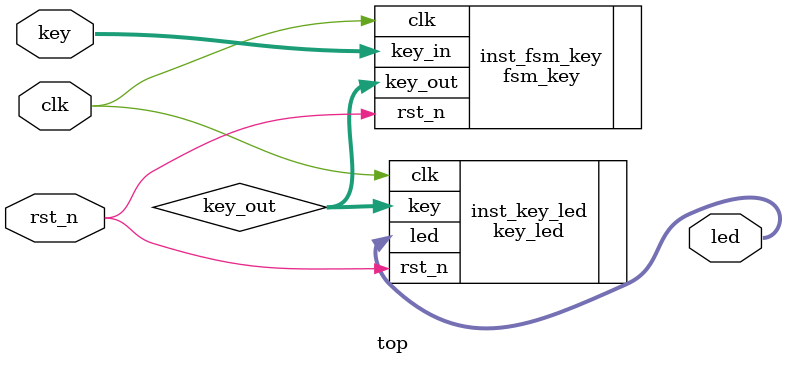
<source format=v>
module top(

    input           clk,
    input           rst_n,
    input   [2:0]   key,
    output  [3:0]   led

);

    wire    [2:0]   key_out;

    fsm_key     inst_fsm_key(

        .clk        (clk),
        .rst_n      (rst_n),
        .key_in     (key),
        .key_out    (key_out)

    );

    key_led     inst_key_led(

        .clk        (clk),
        .rst_n      (rst_n),
        .key        (key_out),
        .led        (led)

    );



endmodule
</source>
